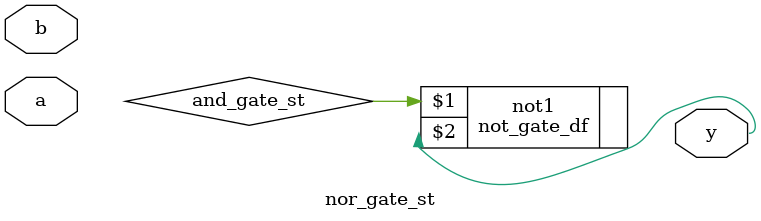
<source format=v>
`include "or_gate_df.v"
`include "not_gate_df.v"


module nor_gate_st ( input a ,b,output y) ;
	wire and_out ;
	or_gate_df and1 (a,b,and_out);
	not_gate_df not1 (and_gate_st,y);
endmodule
</source>
